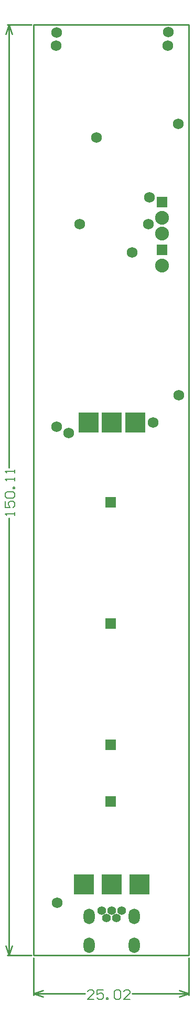
<source format=gbs>
%FSLAX43Y43*%
%MOMM*%
G71*
G01*
G75*
G04 Layer_Color=16711935*
%ADD10R,0.950X1.400*%
%ADD11R,1.600X2.100*%
%ADD12R,1.400X0.950*%
%ADD13R,2.250X1.800*%
%ADD14R,1.050X1.400*%
%ADD15R,2.100X1.600*%
%ADD16R,1.800X2.250*%
%ADD17R,1.800X2.250*%
%ADD18R,1.400X1.050*%
%ADD19R,1.050X3.300*%
%ADD20R,0.600X1.550*%
%ADD21R,10.600X9.000*%
%ADD22R,1.050X2.950*%
%ADD23R,3.300X1.050*%
%ADD24O,2.000X0.600*%
%ADD25R,0.900X1.400*%
%ADD26C,0.500*%
%ADD27C,1.500*%
%ADD28C,0.400*%
%ADD29C,0.800*%
%ADD30C,1.600*%
%ADD31C,1.200*%
%ADD32C,0.700*%
%ADD33C,1.000*%
%ADD34C,0.600*%
%ADD35C,0.300*%
%ADD36C,2.000*%
%ADD37C,3.000*%
%ADD38C,1.800*%
%ADD39R,5.000X8.175*%
%ADD40C,0.254*%
%ADD41C,0.152*%
%ADD42C,1.524*%
%ADD43R,1.524X1.524*%
%ADD44R,1.524X1.524*%
%ADD45C,2.032*%
%ADD46C,1.200*%
%ADD47O,1.600X2.300*%
%ADD48R,3.064X3.064*%
%ADD49C,0.250*%
%ADD50C,0.200*%
%ADD51C,0.305*%
%ADD52R,1.153X1.603*%
%ADD53R,1.803X2.303*%
%ADD54R,1.603X1.153*%
%ADD55R,2.453X2.003*%
%ADD56R,1.253X1.603*%
%ADD57R,2.303X1.803*%
%ADD58R,2.003X2.453*%
%ADD59R,2.003X2.453*%
%ADD60R,1.603X1.253*%
%ADD61R,1.253X3.503*%
%ADD62R,0.803X1.753*%
%ADD63R,10.803X9.203*%
%ADD64R,1.253X3.153*%
%ADD65R,3.503X1.253*%
%ADD66O,2.203X0.803*%
%ADD67R,1.103X1.603*%
%ADD68C,1.727*%
%ADD69R,1.727X1.727*%
%ADD70R,1.727X1.727*%
%ADD71C,2.235*%
%ADD72C,1.403*%
%ADD73O,1.803X2.503*%
%ADD74R,3.267X3.267*%
D40*
X-4254Y0D02*
X-381D01*
X-4254Y150114D02*
X-381D01*
X-4000Y0D02*
Y70562D01*
Y78739D02*
Y150114D01*
Y0D02*
X-3492Y1524D01*
X-4508D02*
X-4000Y0D01*
X-4508Y148590D02*
X-4000Y150114D01*
X-3492Y148590D01*
X25019Y-6379D02*
Y-381D01*
X0Y-6379D02*
Y-381D01*
X15937Y-6125D02*
X25019D01*
X0D02*
X8269D01*
X23495Y-5617D02*
X25019Y-6125D01*
X23495Y-6633D02*
X25019Y-6125D01*
X0D02*
X1524Y-6633D01*
X0Y-6125D02*
X1524Y-5617D01*
X0Y0D02*
X25019D01*
Y150114D01*
X0D02*
X25019D01*
X0Y0D02*
Y150114D01*
D41*
X-3086Y70969D02*
Y71477D01*
Y71223D01*
X-4609D01*
X-4355Y70969D01*
X-4609Y73254D02*
Y72238D01*
X-3848D01*
X-4102Y72746D01*
Y73000D01*
X-3848Y73254D01*
X-3340D01*
X-3086Y73000D01*
Y72492D01*
X-3340Y72238D01*
X-4355Y73762D02*
X-4609Y74016D01*
Y74524D01*
X-4355Y74778D01*
X-3340D01*
X-3086Y74524D01*
Y74016D01*
X-3340Y73762D01*
X-4355D01*
X-3086Y75285D02*
X-3340D01*
Y75539D01*
X-3086D01*
Y75285D01*
Y76555D02*
Y77063D01*
Y76809D01*
X-4609D01*
X-4355Y76555D01*
X-3086Y77825D02*
Y78332D01*
Y78078D01*
X-4609D01*
X-4355Y77825D01*
X9691Y-7039D02*
X8675D01*
X9691Y-6023D01*
Y-5770D01*
X9437Y-5516D01*
X8929D01*
X8675Y-5770D01*
X11214Y-5516D02*
X10199D01*
Y-6277D01*
X10707Y-6023D01*
X10960D01*
X11214Y-6277D01*
Y-6785D01*
X10960Y-7039D01*
X10453D01*
X10199Y-6785D01*
X11722Y-7039D02*
Y-6785D01*
X11976D01*
Y-7039D01*
X11722D01*
X12992Y-5770D02*
X13246Y-5516D01*
X13754D01*
X14007Y-5770D01*
Y-6785D01*
X13754Y-7039D01*
X13246D01*
X12992Y-6785D01*
Y-5770D01*
X15531Y-7039D02*
X14515D01*
X15531Y-6023D01*
Y-5770D01*
X15277Y-5516D01*
X14769D01*
X14515Y-5770D01*
D68*
X23350Y134121D02*
D03*
X3775Y8500D02*
D03*
X5650Y84300D02*
D03*
X23450Y90375D02*
D03*
X21650Y146800D02*
D03*
X21750Y148975D02*
D03*
X3700Y148925D02*
D03*
X3600Y146750D02*
D03*
X18669Y122301D02*
D03*
X18542Y117983D02*
D03*
X7475Y117975D02*
D03*
X3750Y85325D02*
D03*
X19304Y85979D02*
D03*
X10160Y131953D02*
D03*
X15875Y113411D02*
D03*
D69*
X12443Y73136D02*
D03*
Y53578D02*
D03*
Y34020D02*
D03*
Y24876D02*
D03*
D70*
X20701Y121539D02*
D03*
Y113792D02*
D03*
D71*
Y118999D02*
D03*
Y116459D02*
D03*
Y111252D02*
D03*
D72*
X14173Y7239D02*
D03*
X13373Y6039D02*
D03*
X12573Y7239D02*
D03*
X11773Y6039D02*
D03*
X10973Y7239D02*
D03*
D73*
X16223Y6339D02*
D03*
X8923D02*
D03*
X16223Y1689D02*
D03*
X8923D02*
D03*
D74*
X8077Y11430D02*
D03*
X12573D02*
D03*
X17069D02*
D03*
X8890Y85979D02*
D03*
X12573D02*
D03*
X16383D02*
D03*
M02*

</source>
